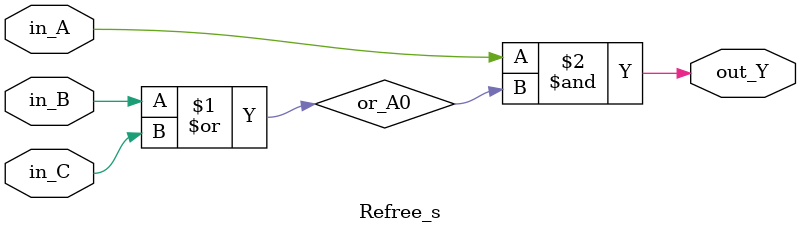
<source format=v>
`timescale 1ns / 1ps

module Refree_s(
input in_A,
input in_B,
input in_C,
output out_Y
);
    wire or_A0;
    
    or U1(or_A0, in_B, in_C);
    and U2(out_Y, in_A, or_A0);

endmodule

</source>
